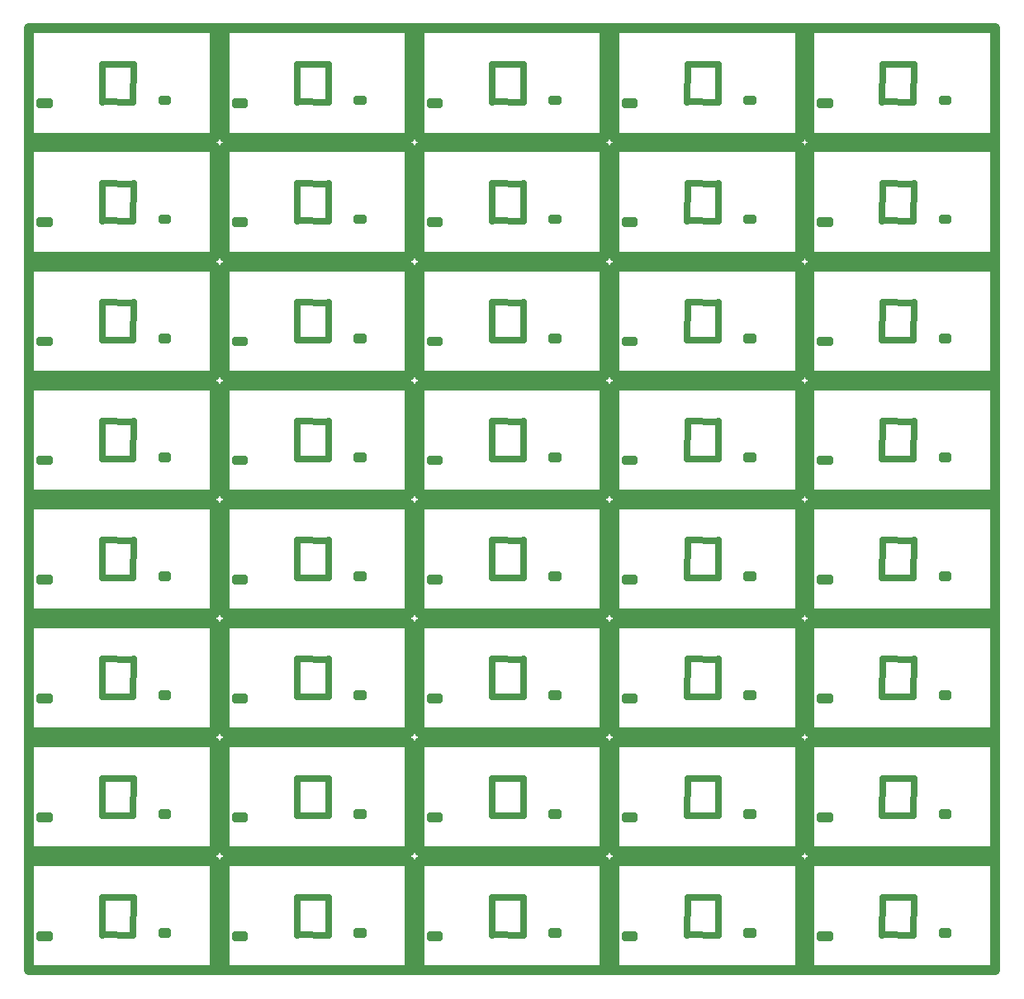
<source format=gto>
%FSLAX24Y24*%
%MOIN*%
%ADD10C,0.0250*%
%ADD11C,0.0394*%
D10*
G01X3150Y3150D02*
X4394Y3134D01*
X3150Y3150D02*
X3134Y1622D01*
X3150Y1638D02*
X4394Y1622D01*
X4409Y3150D02*
X4394Y1622D01*
X5543Y1638D02*
X5795Y1638D01*
X5543Y1764D02*
X5795Y1764D01*
X5543Y1638D02*
X5543Y1764D01*
X5795Y1638D02*
X5795Y1764D01*
X630Y1512D02*
X1008Y1512D01*
X630Y1638D02*
X1008Y1638D01*
X630Y1512D02*
X630Y1638D01*
X1008Y1512D02*
X1008Y1638D01*
X11024Y3150D02*
X12268Y3134D01*
X11024Y3150D02*
X11008Y1622D01*
X11024Y1638D02*
X12268Y1622D01*
X12283Y3150D02*
X12268Y1622D01*
X13417Y1638D02*
X13669Y1638D01*
X13417Y1764D02*
X13669Y1764D01*
X13417Y1638D02*
X13417Y1764D01*
X13669Y1638D02*
X13669Y1764D01*
X8504Y1512D02*
X8882Y1512D01*
X8504Y1638D02*
X8882Y1638D01*
X8504Y1512D02*
X8504Y1638D01*
X8882Y1512D02*
X8882Y1638D01*
X18898Y3150D02*
X20142Y3134D01*
X18898Y3150D02*
X18882Y1622D01*
X18898Y1638D02*
X20142Y1622D01*
X20157Y3150D02*
X20142Y1622D01*
X21291Y1638D02*
X21543Y1638D01*
X21291Y1764D02*
X21543Y1764D01*
X21291Y1638D02*
X21291Y1764D01*
X21543Y1638D02*
X21543Y1764D01*
X16378Y1512D02*
X16756Y1512D01*
X16378Y1638D02*
X16756Y1638D01*
X16378Y1512D02*
X16378Y1638D01*
X16756Y1512D02*
X16756Y1638D01*
X26772Y3150D02*
X28016Y3134D01*
X26772Y3150D02*
X26756Y1622D01*
X26772Y1638D02*
X28016Y1622D01*
X28031Y3150D02*
X28016Y1622D01*
X29165Y1638D02*
X29417Y1638D01*
X29165Y1764D02*
X29417Y1764D01*
X29165Y1638D02*
X29165Y1764D01*
X29417Y1638D02*
X29417Y1764D01*
X24252Y1512D02*
X24630Y1512D01*
X24252Y1638D02*
X24630Y1638D01*
X24252Y1512D02*
X24252Y1638D01*
X24630Y1512D02*
X24630Y1638D01*
X34646Y3150D02*
X35890Y3134D01*
X34646Y3150D02*
X34630Y1622D01*
X34646Y1638D02*
X35890Y1622D01*
X35906Y3150D02*
X35890Y1622D01*
X37039Y1638D02*
X37291Y1638D01*
X37039Y1764D02*
X37291Y1764D01*
X37039Y1638D02*
X37039Y1764D01*
X37291Y1638D02*
X37291Y1764D01*
X32126Y1512D02*
X32504Y1512D01*
X32126Y1638D02*
X32504Y1638D01*
X32126Y1512D02*
X32126Y1638D01*
X32504Y1512D02*
X32504Y1638D01*
X3150Y7953D02*
X4394Y7937D01*
X3150Y7953D02*
X3134Y6425D01*
X3150Y6441D02*
X4394Y6425D01*
X4409Y7953D02*
X4394Y6425D01*
X5543Y6441D02*
X5795Y6441D01*
X5543Y6567D02*
X5795Y6567D01*
X5543Y6441D02*
X5543Y6567D01*
X5795Y6441D02*
X5795Y6567D01*
X630Y6315D02*
X1008Y6315D01*
X630Y6441D02*
X1008Y6441D01*
X630Y6315D02*
X630Y6441D01*
X1008Y6315D02*
X1008Y6441D01*
X11024Y7953D02*
X12268Y7937D01*
X11024Y7953D02*
X11008Y6425D01*
X11024Y6441D02*
X12268Y6425D01*
X12283Y7953D02*
X12268Y6425D01*
X13417Y6441D02*
X13669Y6441D01*
X13417Y6567D02*
X13669Y6567D01*
X13417Y6441D02*
X13417Y6567D01*
X13669Y6441D02*
X13669Y6567D01*
X8504Y6315D02*
X8882Y6315D01*
X8504Y6441D02*
X8882Y6441D01*
X8504Y6315D02*
X8504Y6441D01*
X8882Y6315D02*
X8882Y6441D01*
X18898Y7953D02*
X20142Y7937D01*
X18898Y7953D02*
X18882Y6425D01*
X18898Y6441D02*
X20142Y6425D01*
X20157Y7953D02*
X20142Y6425D01*
X21291Y6441D02*
X21543Y6441D01*
X21291Y6567D02*
X21543Y6567D01*
X21291Y6441D02*
X21291Y6567D01*
X21543Y6441D02*
X21543Y6567D01*
X16378Y6315D02*
X16756Y6315D01*
X16378Y6441D02*
X16756Y6441D01*
X16378Y6315D02*
X16378Y6441D01*
X16756Y6315D02*
X16756Y6441D01*
X26772Y7953D02*
X28016Y7937D01*
X26772Y7953D02*
X26756Y6425D01*
X26772Y6441D02*
X28016Y6425D01*
X28031Y7953D02*
X28016Y6425D01*
X29165Y6441D02*
X29417Y6441D01*
X29165Y6567D02*
X29417Y6567D01*
X29165Y6441D02*
X29165Y6567D01*
X29417Y6441D02*
X29417Y6567D01*
X24252Y6315D02*
X24630Y6315D01*
X24252Y6441D02*
X24630Y6441D01*
X24252Y6315D02*
X24252Y6441D01*
X24630Y6315D02*
X24630Y6441D01*
X34646Y7953D02*
X35890Y7937D01*
X34646Y7953D02*
X34630Y6425D01*
X34646Y6441D02*
X35890Y6425D01*
X35906Y7953D02*
X35890Y6425D01*
X37039Y6441D02*
X37291Y6441D01*
X37039Y6567D02*
X37291Y6567D01*
X37039Y6441D02*
X37039Y6567D01*
X37291Y6441D02*
X37291Y6567D01*
X32126Y6315D02*
X32504Y6315D01*
X32126Y6441D02*
X32504Y6441D01*
X32126Y6315D02*
X32126Y6441D01*
X32504Y6315D02*
X32504Y6441D01*
X3150Y12756D02*
X4394Y12740D01*
X3150Y12756D02*
X3134Y11228D01*
X3150Y11244D02*
X4394Y11228D01*
X4409Y12756D02*
X4394Y11228D01*
X5543Y11244D02*
X5795Y11244D01*
X5543Y11370D02*
X5795Y11370D01*
X5543Y11244D02*
X5543Y11370D01*
X5795Y11244D02*
X5795Y11370D01*
X630Y11118D02*
X1008Y11118D01*
X630Y11244D02*
X1008Y11244D01*
X630Y11118D02*
X630Y11244D01*
X1008Y11118D02*
X1008Y11244D01*
X11024Y12756D02*
X12268Y12740D01*
X11024Y12756D02*
X11008Y11228D01*
X11024Y11244D02*
X12268Y11228D01*
X12283Y12756D02*
X12268Y11228D01*
X13417Y11244D02*
X13669Y11244D01*
X13417Y11370D02*
X13669Y11370D01*
X13417Y11244D02*
X13417Y11370D01*
X13669Y11244D02*
X13669Y11370D01*
X8504Y11118D02*
X8882Y11118D01*
X8504Y11244D02*
X8882Y11244D01*
X8504Y11118D02*
X8504Y11244D01*
X8882Y11118D02*
X8882Y11244D01*
X18898Y12756D02*
X20142Y12740D01*
X18898Y12756D02*
X18882Y11228D01*
X18898Y11244D02*
X20142Y11228D01*
X20157Y12756D02*
X20142Y11228D01*
X21291Y11244D02*
X21543Y11244D01*
X21291Y11370D02*
X21543Y11370D01*
X21291Y11244D02*
X21291Y11370D01*
X21543Y11244D02*
X21543Y11370D01*
X16378Y11118D02*
X16756Y11118D01*
X16378Y11244D02*
X16756Y11244D01*
X16378Y11118D02*
X16378Y11244D01*
X16756Y11118D02*
X16756Y11244D01*
X26772Y12756D02*
X28016Y12740D01*
X26772Y12756D02*
X26756Y11228D01*
X26772Y11244D02*
X28016Y11228D01*
X28031Y12756D02*
X28016Y11228D01*
X29165Y11244D02*
X29417Y11244D01*
X29165Y11370D02*
X29417Y11370D01*
X29165Y11244D02*
X29165Y11370D01*
X29417Y11244D02*
X29417Y11370D01*
X24252Y11118D02*
X24630Y11118D01*
X24252Y11244D02*
X24630Y11244D01*
X24252Y11118D02*
X24252Y11244D01*
X24630Y11118D02*
X24630Y11244D01*
X34646Y12756D02*
X35890Y12740D01*
X34646Y12756D02*
X34630Y11228D01*
X34646Y11244D02*
X35890Y11228D01*
X35906Y12756D02*
X35890Y11228D01*
X37039Y11244D02*
X37291Y11244D01*
X37039Y11370D02*
X37291Y11370D01*
X37039Y11244D02*
X37039Y11370D01*
X37291Y11244D02*
X37291Y11370D01*
X32126Y11118D02*
X32504Y11118D01*
X32126Y11244D02*
X32504Y11244D01*
X32126Y11118D02*
X32126Y11244D01*
X32504Y11118D02*
X32504Y11244D01*
X3150Y17559D02*
X4394Y17543D01*
X3150Y17559D02*
X3134Y16031D01*
X3150Y16047D02*
X4394Y16031D01*
X4409Y17559D02*
X4394Y16031D01*
X5543Y16047D02*
X5795Y16047D01*
X5543Y16173D02*
X5795Y16173D01*
X5543Y16047D02*
X5543Y16173D01*
X5795Y16047D02*
X5795Y16173D01*
X630Y15921D02*
X1008Y15921D01*
X630Y16047D02*
X1008Y16047D01*
X630Y15921D02*
X630Y16047D01*
X1008Y15921D02*
X1008Y16047D01*
X11024Y17559D02*
X12268Y17543D01*
X11024Y17559D02*
X11008Y16031D01*
X11024Y16047D02*
X12268Y16031D01*
X12283Y17559D02*
X12268Y16031D01*
X13417Y16047D02*
X13669Y16047D01*
X13417Y16173D02*
X13669Y16173D01*
X13417Y16047D02*
X13417Y16173D01*
X13669Y16047D02*
X13669Y16173D01*
X8504Y15921D02*
X8882Y15921D01*
X8504Y16047D02*
X8882Y16047D01*
X8504Y15921D02*
X8504Y16047D01*
X8882Y15921D02*
X8882Y16047D01*
X18898Y17559D02*
X20142Y17543D01*
X18898Y17559D02*
X18882Y16031D01*
X18898Y16047D02*
X20142Y16031D01*
X20157Y17559D02*
X20142Y16031D01*
X21291Y16047D02*
X21543Y16047D01*
X21291Y16173D02*
X21543Y16173D01*
X21291Y16047D02*
X21291Y16173D01*
X21543Y16047D02*
X21543Y16173D01*
X16378Y15921D02*
X16756Y15921D01*
X16378Y16047D02*
X16756Y16047D01*
X16378Y15921D02*
X16378Y16047D01*
X16756Y15921D02*
X16756Y16047D01*
X26772Y17559D02*
X28016Y17543D01*
X26772Y17559D02*
X26756Y16031D01*
X26772Y16047D02*
X28016Y16031D01*
X28031Y17559D02*
X28016Y16031D01*
X29165Y16047D02*
X29417Y16047D01*
X29165Y16173D02*
X29417Y16173D01*
X29165Y16047D02*
X29165Y16173D01*
X29417Y16047D02*
X29417Y16173D01*
X24252Y15921D02*
X24630Y15921D01*
X24252Y16047D02*
X24630Y16047D01*
X24252Y15921D02*
X24252Y16047D01*
X24630Y15921D02*
X24630Y16047D01*
X34646Y17559D02*
X35890Y17543D01*
X34646Y17559D02*
X34630Y16031D01*
X34646Y16047D02*
X35890Y16031D01*
X35906Y17559D02*
X35890Y16031D01*
X37039Y16047D02*
X37291Y16047D01*
X37039Y16173D02*
X37291Y16173D01*
X37039Y16047D02*
X37039Y16173D01*
X37291Y16047D02*
X37291Y16173D01*
X32126Y15921D02*
X32504Y15921D01*
X32126Y16047D02*
X32504Y16047D01*
X32126Y15921D02*
X32126Y16047D01*
X32504Y15921D02*
X32504Y16047D01*
X3150Y22362D02*
X4394Y22346D01*
X3150Y22362D02*
X3134Y20835D01*
X3150Y20850D02*
X4394Y20835D01*
X4409Y22362D02*
X4394Y20835D01*
X5543Y20850D02*
X5795Y20850D01*
X5543Y20976D02*
X5795Y20976D01*
X5543Y20850D02*
X5543Y20976D01*
X5795Y20850D02*
X5795Y20976D01*
X630Y20724D02*
X1008Y20724D01*
X630Y20850D02*
X1008Y20850D01*
X630Y20724D02*
X630Y20850D01*
X1008Y20724D02*
X1008Y20850D01*
X11024Y22362D02*
X12268Y22346D01*
X11024Y22362D02*
X11008Y20835D01*
X11024Y20850D02*
X12268Y20835D01*
X12283Y22362D02*
X12268Y20835D01*
X13417Y20850D02*
X13669Y20850D01*
X13417Y20976D02*
X13669Y20976D01*
X13417Y20850D02*
X13417Y20976D01*
X13669Y20850D02*
X13669Y20976D01*
X8504Y20724D02*
X8882Y20724D01*
X8504Y20850D02*
X8882Y20850D01*
X8504Y20724D02*
X8504Y20850D01*
X8882Y20724D02*
X8882Y20850D01*
X18898Y22362D02*
X20142Y22346D01*
X18898Y22362D02*
X18882Y20835D01*
X18898Y20850D02*
X20142Y20835D01*
X20157Y22362D02*
X20142Y20835D01*
X21291Y20850D02*
X21543Y20850D01*
X21291Y20976D02*
X21543Y20976D01*
X21291Y20850D02*
X21291Y20976D01*
X21543Y20850D02*
X21543Y20976D01*
X16378Y20724D02*
X16756Y20724D01*
X16378Y20850D02*
X16756Y20850D01*
X16378Y20724D02*
X16378Y20850D01*
X16756Y20724D02*
X16756Y20850D01*
X26772Y22362D02*
X28016Y22346D01*
X26772Y22362D02*
X26756Y20835D01*
X26772Y20850D02*
X28016Y20835D01*
X28031Y22362D02*
X28016Y20835D01*
X29165Y20850D02*
X29417Y20850D01*
X29165Y20976D02*
X29417Y20976D01*
X29165Y20850D02*
X29165Y20976D01*
X29417Y20850D02*
X29417Y20976D01*
X24252Y20724D02*
X24630Y20724D01*
X24252Y20850D02*
X24630Y20850D01*
X24252Y20724D02*
X24252Y20850D01*
X24630Y20724D02*
X24630Y20850D01*
X34646Y22362D02*
X35890Y22346D01*
X34646Y22362D02*
X34630Y20835D01*
X34646Y20850D02*
X35890Y20835D01*
X35906Y22362D02*
X35890Y20835D01*
X37039Y20850D02*
X37291Y20850D01*
X37039Y20976D02*
X37291Y20976D01*
X37039Y20850D02*
X37039Y20976D01*
X37291Y20850D02*
X37291Y20976D01*
X32126Y20724D02*
X32504Y20724D01*
X32126Y20850D02*
X32504Y20850D01*
X32126Y20724D02*
X32126Y20850D01*
X32504Y20724D02*
X32504Y20850D01*
X3150Y27165D02*
X4394Y27150D01*
X3150Y27165D02*
X3134Y25638D01*
X3150Y25654D02*
X4394Y25638D01*
X4409Y27165D02*
X4394Y25638D01*
X5543Y25654D02*
X5795Y25654D01*
X5543Y25780D02*
X5795Y25780D01*
X5543Y25654D02*
X5543Y25780D01*
X5795Y25654D02*
X5795Y25780D01*
X630Y25528D02*
X1008Y25528D01*
X630Y25654D02*
X1008Y25654D01*
X630Y25528D02*
X630Y25654D01*
X1008Y25528D02*
X1008Y25654D01*
X11024Y27165D02*
X12268Y27150D01*
X11024Y27165D02*
X11008Y25638D01*
X11024Y25654D02*
X12268Y25638D01*
X12283Y27165D02*
X12268Y25638D01*
X13417Y25654D02*
X13669Y25654D01*
X13417Y25780D02*
X13669Y25780D01*
X13417Y25654D02*
X13417Y25780D01*
X13669Y25654D02*
X13669Y25780D01*
X8504Y25528D02*
X8882Y25528D01*
X8504Y25654D02*
X8882Y25654D01*
X8504Y25528D02*
X8504Y25654D01*
X8882Y25528D02*
X8882Y25654D01*
X18898Y27165D02*
X20142Y27150D01*
X18898Y27165D02*
X18882Y25638D01*
X18898Y25654D02*
X20142Y25638D01*
X20157Y27165D02*
X20142Y25638D01*
X21291Y25654D02*
X21543Y25654D01*
X21291Y25780D02*
X21543Y25780D01*
X21291Y25654D02*
X21291Y25780D01*
X21543Y25654D02*
X21543Y25780D01*
X16378Y25528D02*
X16756Y25528D01*
X16378Y25654D02*
X16756Y25654D01*
X16378Y25528D02*
X16378Y25654D01*
X16756Y25528D02*
X16756Y25654D01*
X26772Y27165D02*
X28016Y27150D01*
X26772Y27165D02*
X26756Y25638D01*
X26772Y25654D02*
X28016Y25638D01*
X28031Y27165D02*
X28016Y25638D01*
X29165Y25654D02*
X29417Y25654D01*
X29165Y25780D02*
X29417Y25780D01*
X29165Y25654D02*
X29165Y25780D01*
X29417Y25654D02*
X29417Y25780D01*
X24252Y25528D02*
X24630Y25528D01*
X24252Y25654D02*
X24630Y25654D01*
X24252Y25528D02*
X24252Y25654D01*
X24630Y25528D02*
X24630Y25654D01*
X34646Y27165D02*
X35890Y27150D01*
X34646Y27165D02*
X34630Y25638D01*
X34646Y25654D02*
X35890Y25638D01*
X35906Y27165D02*
X35890Y25638D01*
X37039Y25654D02*
X37291Y25654D01*
X37039Y25780D02*
X37291Y25780D01*
X37039Y25654D02*
X37039Y25780D01*
X37291Y25654D02*
X37291Y25780D01*
X32126Y25528D02*
X32504Y25528D01*
X32126Y25654D02*
X32504Y25654D01*
X32126Y25528D02*
X32126Y25654D01*
X32504Y25528D02*
X32504Y25654D01*
X3150Y31969D02*
X4394Y31953D01*
X3150Y31969D02*
X3134Y30441D01*
X3150Y30457D02*
X4394Y30441D01*
X4409Y31969D02*
X4394Y30441D01*
X5543Y30457D02*
X5795Y30457D01*
X5543Y30583D02*
X5795Y30583D01*
X5543Y30457D02*
X5543Y30583D01*
X5795Y30457D02*
X5795Y30583D01*
X630Y30331D02*
X1008Y30331D01*
X630Y30457D02*
X1008Y30457D01*
X630Y30331D02*
X630Y30457D01*
X1008Y30331D02*
X1008Y30457D01*
X11024Y31969D02*
X12268Y31953D01*
X11024Y31969D02*
X11008Y30441D01*
X11024Y30457D02*
X12268Y30441D01*
X12283Y31969D02*
X12268Y30441D01*
X13417Y30457D02*
X13669Y30457D01*
X13417Y30583D02*
X13669Y30583D01*
X13417Y30457D02*
X13417Y30583D01*
X13669Y30457D02*
X13669Y30583D01*
X8504Y30331D02*
X8882Y30331D01*
X8504Y30457D02*
X8882Y30457D01*
X8504Y30331D02*
X8504Y30457D01*
X8882Y30331D02*
X8882Y30457D01*
X18898Y31969D02*
X20142Y31953D01*
X18898Y31969D02*
X18882Y30441D01*
X18898Y30457D02*
X20142Y30441D01*
X20157Y31969D02*
X20142Y30441D01*
X21291Y30457D02*
X21543Y30457D01*
X21291Y30583D02*
X21543Y30583D01*
X21291Y30457D02*
X21291Y30583D01*
X21543Y30457D02*
X21543Y30583D01*
X16378Y30331D02*
X16756Y30331D01*
X16378Y30457D02*
X16756Y30457D01*
X16378Y30331D02*
X16378Y30457D01*
X16756Y30331D02*
X16756Y30457D01*
X26772Y31969D02*
X28016Y31953D01*
X26772Y31969D02*
X26756Y30441D01*
X26772Y30457D02*
X28016Y30441D01*
X28031Y31969D02*
X28016Y30441D01*
X29165Y30457D02*
X29417Y30457D01*
X29165Y30583D02*
X29417Y30583D01*
X29165Y30457D02*
X29165Y30583D01*
X29417Y30457D02*
X29417Y30583D01*
X24252Y30331D02*
X24630Y30331D01*
X24252Y30457D02*
X24630Y30457D01*
X24252Y30331D02*
X24252Y30457D01*
X24630Y30331D02*
X24630Y30457D01*
X34646Y31969D02*
X35890Y31953D01*
X34646Y31969D02*
X34630Y30441D01*
X34646Y30457D02*
X35890Y30441D01*
X35906Y31969D02*
X35890Y30441D01*
X37039Y30457D02*
X37291Y30457D01*
X37039Y30583D02*
X37291Y30583D01*
X37039Y30457D02*
X37039Y30583D01*
X37291Y30457D02*
X37291Y30583D01*
X32126Y30331D02*
X32504Y30331D01*
X32126Y30457D02*
X32504Y30457D01*
X32126Y30331D02*
X32126Y30457D01*
X32504Y30331D02*
X32504Y30457D01*
X3150Y36772D02*
X4394Y36756D01*
X3150Y36772D02*
X3134Y35244D01*
X3150Y35260D02*
X4394Y35244D01*
X4409Y36772D02*
X4394Y35244D01*
X5543Y35260D02*
X5795Y35260D01*
X5543Y35386D02*
X5795Y35386D01*
X5543Y35260D02*
X5543Y35386D01*
X5795Y35260D02*
X5795Y35386D01*
X630Y35134D02*
X1008Y35134D01*
X630Y35260D02*
X1008Y35260D01*
X630Y35134D02*
X630Y35260D01*
X1008Y35134D02*
X1008Y35260D01*
X11024Y36772D02*
X12268Y36756D01*
X11024Y36772D02*
X11008Y35244D01*
X11024Y35260D02*
X12268Y35244D01*
X12283Y36772D02*
X12268Y35244D01*
X13417Y35260D02*
X13669Y35260D01*
X13417Y35386D02*
X13669Y35386D01*
X13417Y35260D02*
X13417Y35386D01*
X13669Y35260D02*
X13669Y35386D01*
X8504Y35134D02*
X8882Y35134D01*
X8504Y35260D02*
X8882Y35260D01*
X8504Y35134D02*
X8504Y35260D01*
X8882Y35134D02*
X8882Y35260D01*
X18898Y36772D02*
X20142Y36756D01*
X18898Y36772D02*
X18882Y35244D01*
X18898Y35260D02*
X20142Y35244D01*
X20157Y36772D02*
X20142Y35244D01*
X21291Y35260D02*
X21543Y35260D01*
X21291Y35386D02*
X21543Y35386D01*
X21291Y35260D02*
X21291Y35386D01*
X21543Y35260D02*
X21543Y35386D01*
X16378Y35134D02*
X16756Y35134D01*
X16378Y35260D02*
X16756Y35260D01*
X16378Y35134D02*
X16378Y35260D01*
X16756Y35134D02*
X16756Y35260D01*
X26772Y36772D02*
X28016Y36756D01*
X26772Y36772D02*
X26756Y35244D01*
X26772Y35260D02*
X28016Y35244D01*
X28031Y36772D02*
X28016Y35244D01*
X29165Y35260D02*
X29417Y35260D01*
X29165Y35386D02*
X29417Y35386D01*
X29165Y35260D02*
X29165Y35386D01*
X29417Y35260D02*
X29417Y35386D01*
X24252Y35134D02*
X24630Y35134D01*
X24252Y35260D02*
X24630Y35260D01*
X24252Y35134D02*
X24252Y35260D01*
X24630Y35134D02*
X24630Y35260D01*
X34646Y36772D02*
X35890Y36756D01*
X34646Y36772D02*
X34630Y35244D01*
X34646Y35260D02*
X35890Y35244D01*
X35906Y36772D02*
X35890Y35244D01*
X37039Y35260D02*
X37291Y35260D01*
X37039Y35386D02*
X37291Y35386D01*
X37039Y35260D02*
X37039Y35386D01*
X37291Y35260D02*
X37291Y35386D01*
X32126Y35134D02*
X32504Y35134D01*
X32126Y35260D02*
X32504Y35260D01*
X32126Y35134D02*
X32126Y35260D01*
X32504Y35134D02*
X32504Y35260D01*
D11*
G01X197Y197D02*
X197Y4606D01*
X7677Y4606D01*
X7677Y197D01*
X197Y197D01*
X8071Y197D02*
X8071Y4606D01*
X15551Y4606D01*
X15551Y197D01*
X8071Y197D01*
X15945Y197D02*
X15945Y4606D01*
X23425Y4606D01*
X23425Y197D01*
X15945Y197D01*
X23819Y197D02*
X23819Y4606D01*
X31299Y4606D01*
X31299Y197D01*
X23819Y197D01*
X31693Y197D02*
X31693Y4606D01*
X39173Y4606D01*
X39173Y197D01*
X31693Y197D01*
X197Y5000D02*
X197Y9409D01*
X7677Y9409D01*
X7677Y5000D01*
X197Y5000D01*
X8071Y5000D02*
X8071Y9409D01*
X15551Y9409D01*
X15551Y5000D01*
X8071Y5000D01*
X15945Y5000D02*
X15945Y9409D01*
X23425Y9409D01*
X23425Y5000D01*
X15945Y5000D01*
X23819Y5000D02*
X23819Y9409D01*
X31299Y9409D01*
X31299Y5000D01*
X23819Y5000D01*
X31693Y5000D02*
X31693Y9409D01*
X39173Y9409D01*
X39173Y5000D01*
X31693Y5000D01*
X197Y9803D02*
X197Y14213D01*
X7677Y14213D01*
X7677Y9803D01*
X197Y9803D01*
X8071Y9803D02*
X8071Y14213D01*
X15551Y14213D01*
X15551Y9803D01*
X8071Y9803D01*
X15945Y9803D02*
X15945Y14213D01*
X23425Y14213D01*
X23425Y9803D01*
X15945Y9803D01*
X23819Y9803D02*
X23819Y14213D01*
X31299Y14213D01*
X31299Y9803D01*
X23819Y9803D01*
X31693Y9803D02*
X31693Y14213D01*
X39173Y14213D01*
X39173Y9803D01*
X31693Y9803D01*
X197Y14606D02*
X197Y19016D01*
X7677Y19016D01*
X7677Y14606D01*
X197Y14606D01*
X8071Y14606D02*
X8071Y19016D01*
X15551Y19016D01*
X15551Y14606D01*
X8071Y14606D01*
X15945Y14606D02*
X15945Y19016D01*
X23425Y19016D01*
X23425Y14606D01*
X15945Y14606D01*
X23819Y14606D02*
X23819Y19016D01*
X31299Y19016D01*
X31299Y14606D01*
X23819Y14606D01*
X31693Y14606D02*
X31693Y19016D01*
X39173Y19016D01*
X39173Y14606D01*
X31693Y14606D01*
X197Y19409D02*
X197Y23819D01*
X7677Y23819D01*
X7677Y19409D01*
X197Y19409D01*
X8071Y19409D02*
X8071Y23819D01*
X15551Y23819D01*
X15551Y19409D01*
X8071Y19409D01*
X15945Y19409D02*
X15945Y23819D01*
X23425Y23819D01*
X23425Y19409D01*
X15945Y19409D01*
X23819Y19409D02*
X23819Y23819D01*
X31299Y23819D01*
X31299Y19409D01*
X23819Y19409D01*
X31693Y19409D02*
X31693Y23819D01*
X39173Y23819D01*
X39173Y19409D01*
X31693Y19409D01*
X197Y24213D02*
X197Y28622D01*
X7677Y28622D01*
X7677Y24213D01*
X197Y24213D01*
X8071Y24213D02*
X8071Y28622D01*
X15551Y28622D01*
X15551Y24213D01*
X8071Y24213D01*
X15945Y24213D02*
X15945Y28622D01*
X23425Y28622D01*
X23425Y24213D01*
X15945Y24213D01*
X23819Y24213D02*
X23819Y28622D01*
X31299Y28622D01*
X31299Y24213D01*
X23819Y24213D01*
X31693Y24213D02*
X31693Y28622D01*
X39173Y28622D01*
X39173Y24213D01*
X31693Y24213D01*
X197Y29016D02*
X197Y33425D01*
X7677Y33425D01*
X7677Y29016D01*
X197Y29016D01*
X8071Y29016D02*
X8071Y33425D01*
X15551Y33425D01*
X15551Y29016D01*
X8071Y29016D01*
X15945Y29016D02*
X15945Y33425D01*
X23425Y33425D01*
X23425Y29016D01*
X15945Y29016D01*
X23819Y29016D02*
X23819Y33425D01*
X31299Y33425D01*
X31299Y29016D01*
X23819Y29016D01*
X31693Y29016D02*
X31693Y33425D01*
X39173Y33425D01*
X39173Y29016D01*
X31693Y29016D01*
X197Y33819D02*
X197Y38228D01*
X7677Y38228D01*
X7677Y33819D01*
X197Y33819D01*
X8071Y33819D02*
X8071Y38228D01*
X15551Y38228D01*
X15551Y33819D01*
X8071Y33819D01*
X15945Y33819D02*
X15945Y38228D01*
X23425Y38228D01*
X23425Y33819D01*
X15945Y33819D01*
X23819Y33819D02*
X23819Y38228D01*
X31299Y38228D01*
X31299Y33819D01*
X23819Y33819D01*
X31693Y33819D02*
X31693Y38228D01*
X39173Y38228D01*
X39173Y33819D01*
X31693Y33819D01*
X197Y197D02*
X197Y38228D01*
X39173Y38228D01*
X39173Y197D01*
X197Y197D01*
M02*

</source>
